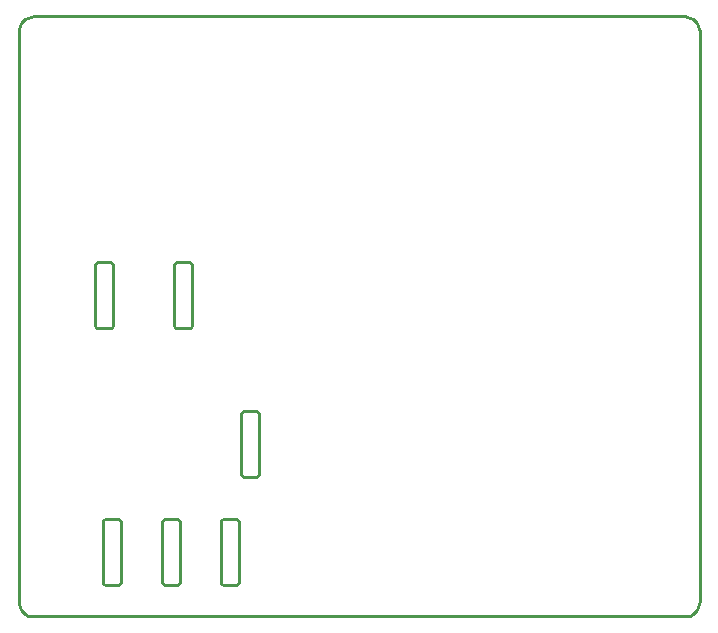
<source format=gm1>
%FSTAX23Y23*%
%MOIN*%
%SFA1B1*%

%IPPOS*%
%ADD12C,0.010000*%
%LNboard-1*%
%LPD*%
G54D12*
X00314Y0117D02*
X00311Y01177D01*
X00304Y0118*
X00264D02*
X00257Y01177D01*
X00254Y0117*
Y0097D02*
X00257Y00962D01*
X00264Y0096*
X00304D02*
X00311Y00962D01*
X00314Y0097*
X00517D02*
X0052Y00962D01*
X00527Y0096*
X00567D02*
X00574Y00962D01*
X00577Y0097*
Y0117D02*
X00574Y01177D01*
X00567Y0118*
X00527D02*
X0052Y01177D01*
X00517Y0117*
X00742Y00475D02*
X00745Y00467D01*
X00752Y00465*
X00792D02*
X00799Y00467D01*
X00802Y00475*
Y00675D02*
X00799Y00682D01*
X00792Y00685*
X00752D02*
X00745Y00682D01*
X00742Y00675*
X00673Y00115D02*
X00676Y00107D01*
X00683Y00105*
X00723D02*
X0073Y00107D01*
X00733Y00115*
Y00315D02*
X0073Y00322D01*
X00723Y00325*
X00683D02*
X00676Y00322D01*
X00673Y00315*
X00477Y00115D02*
X0048Y00107D01*
X00487Y00105*
X00527D02*
X00534Y00107D01*
X00537Y00115*
Y00315D02*
X00534Y00322D01*
X00527Y00325*
X00487D02*
X0048Y00322D01*
X00477Y00315*
X0029Y00325D02*
X00282Y00322D01*
X0028Y00315*
X0034D02*
X00337Y00322D01*
X0033Y00325*
Y00105D02*
X00337Y00107D01*
X0034Y00115*
X0028D02*
X00282Y00107D01*
X0029Y00105*
X0222Y0D02*
X02229Y0D01*
X02239Y00003*
X02247Y00008*
X02255Y00014*
X02261Y00022*
X02266Y0003*
X02269Y0004*
X0227Y0005*
Y0195D02*
X02269Y01959D01*
X02266Y01969*
X02261Y01977*
X02255Y01985*
X02247Y01991*
X02239Y01996*
X02229Y01999*
X0222Y02*
X0005D02*
X0004Y01999D01*
X0003Y01996*
X00022Y01991*
X00014Y01985*
X00008Y01977*
X00003Y01969*
X0Y01959*
X0Y0195*
Y0005D02*
X0Y0004D01*
X00003Y0003*
X00008Y00022*
X00014Y00014*
X00022Y00008*
X0003Y00003*
X0004Y0*
X0005Y0*
X00314Y0097D02*
Y0117D01*
X00254Y0097D02*
Y0117D01*
X00264Y0118D02*
X00304D01*
X00264Y0096D02*
X00304D01*
X00527D02*
X00567D01*
X00527Y0118D02*
X00567D01*
X00577Y0097D02*
Y0117D01*
X00517Y0097D02*
Y0117D01*
X00752Y00465D02*
X00792D01*
X00752Y00685D02*
X00792D01*
X00802Y00475D02*
Y00675D01*
X00742Y00475D02*
Y00675D01*
X00683Y00105D02*
X00723D01*
X00683Y00325D02*
X00723D01*
X00733Y00115D02*
Y00315D01*
X00673Y00115D02*
Y00315D01*
X00487Y00105D02*
X00527D01*
X00487Y00325D02*
X00527D01*
X00537Y00115D02*
Y00315D01*
X00477Y00115D02*
Y00315D01*
X0028Y00115D02*
Y00315D01*
X0034Y00115D02*
Y00315D01*
X0029Y00325D02*
X0033D01*
X0029Y00105D02*
X0033D01*
X0005Y0D02*
X0222D01*
X0227Y0005D02*
Y001D01*
Y0195*
X0215Y02D02*
X0222D01*
X0005D02*
X0215D01*
X0Y0005D02*
Y0195D01*
M02*
</source>
